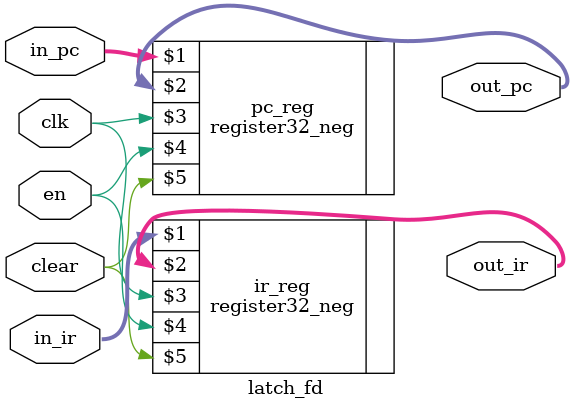
<source format=v>
module latch_fd(in_pc, out_pc, in_ir, out_ir, clk, en, clear);

    input [31:0] in_pc, in_ir;
    input clk, en, clear;
    output[31:0] out_pc, out_ir;

    register32_neg pc_reg(in_pc, out_pc, clk, en, clear);
    register32_neg ir_reg(in_ir, out_ir, clk, en, clear);
endmodule


</source>
